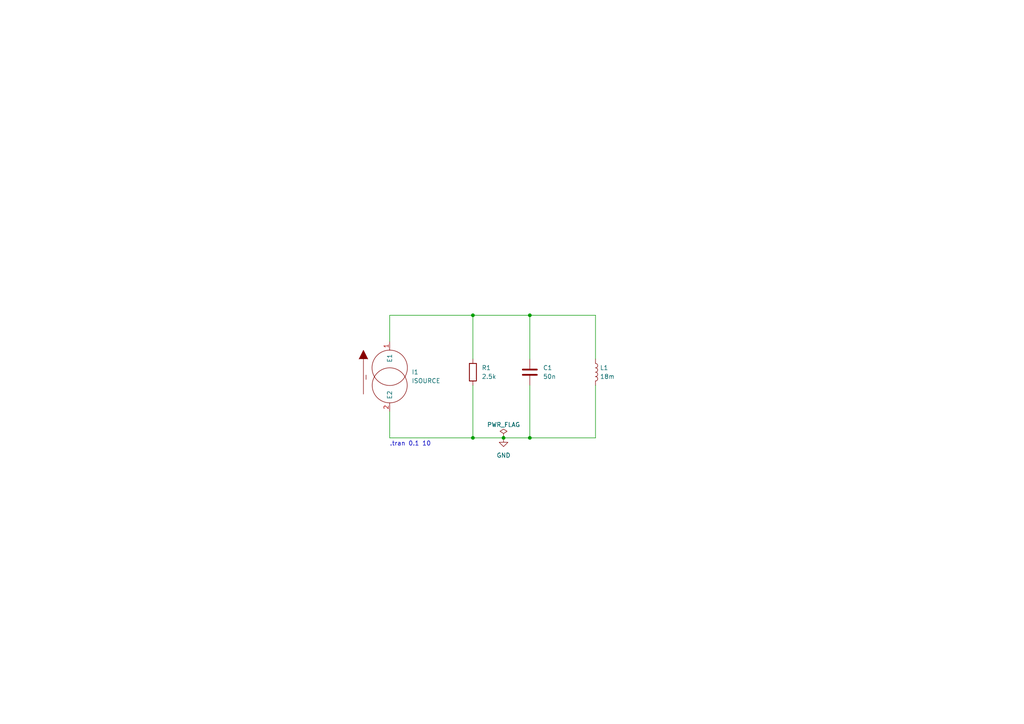
<source format=kicad_sch>
(kicad_sch (version 20211123) (generator eeschema)
  (paper "A4")
  (lib_symbols
    (symbol "Device:C" (pin_numbers hide) (pin_names (offset 0.254))
      (property "Reference" "C" (at 0.635 2.54 0))
      (property "Value" "C" (at 0.635 -2.54 0))
      (symbol "C_0_1"
        (polyline (pts (xy -2.032 -0.762) (xy 2.032 -0.762)) (stroke (width 0.508)))
        (polyline (pts (xy -2.032 0.762) (xy 2.032 0.762)) (stroke (width 0.508)))
      )
      (symbol "C_1_1"
        (pin passive line (at 0 3.81 270) (length 2.794) (name "~") (number "1"))
        (pin passive line (at 0 -3.81 90) (length 2.794) (name "~") (number "2"))
      )
    )
    (symbol "Device:L" (pin_numbers hide) (pin_names (offset 1.016) hide)
      (property "Reference" "L" (at -1.27 0 90))
      (property "Value" "L" (at 1.905 0 90))
      (symbol "L_0_1"
        (arc (start 0 -2.54) (mid 0.635 -1.905) (end 0 -1.27))
        (arc (start 0 -1.27) (mid 0.635 -0.635) (end 0 0))
        (arc (start 0 0) (mid 0.635 0.635) (end 0 1.27))
        (arc (start 0 1.27) (mid 0.635 1.905) (end 0 2.54))
      )
      (symbol "L_1_1"
        (pin passive line (at 0 3.81 270) (length 1.27) (name "1") (number "1"))
        (pin passive line (at 0 -3.81 90) (length 1.27) (name "2") (number "2"))
      )
    )
    (symbol "Device:R" (pin_numbers hide) (pin_names (offset 0))
      (property "Reference" "R" (at 2.032 0 90))
      (property "Value" "R" (at 0 0 90))
      (symbol "R_0_1"
        (rectangle (start -1.016 -2.54) (end 1.016 2.54) (stroke (width 0.254)))
      )
      (symbol "R_1_1"
        (pin passive line (at 0 3.81 270) (length 1.27) (name "~") (number "1"))
        (pin passive line (at 0 -3.81 90) (length 1.27) (name "~") (number "2"))
      )
    )
    (symbol "power:GND" (power) (pin_names (offset 0))
      (property "Value" "GND" (at 0 -3.81 0))
      (symbol "GND_0_1"
        (polyline (pts (xy 0 0) (xy 0 -1.27) (xy 1.27 -1.27) (xy 0 -2.54) (xy -1.27 -1.27) (xy 0 -1.27)))
      )
      (symbol "GND_1_1"
        (pin power_in line (at 0 0 270) (length 0) hide (name "GND") (number "1"))
      )
    )
    (symbol "power:PWR_FLAG" (power) (pin_numbers hide) (pin_names (offset 0) hide)
      (property "Value" "PWR_FLAG" (at 0 3.81 0))
      (symbol "PWR_FLAG_0_0"
        (pin power_out line (at 0 0 90) (length 0) (name "pwr") (number "1"))
      )
      (symbol "PWR_FLAG_0_1"
        (polyline (pts (xy 0 0) (xy 0 1.27) (xy -1.016 1.905) (xy 0 2.54) (xy 1.016 1.905) (xy 0 1.27)))
      )
    )
    (symbol "pspice:ISOURCE" (pin_names (offset 1.016))
      (property "Reference" "I" (at -7.62 8.89 0))
      (property "Value" "ISOURCE" (at 0 0 0))
      (symbol "ISOURCE_0_1"
        (circle (center 0 -2.54) (radius 5.08))
        (polyline (pts (xy -7.62 -5.08) (xy -7.62 5.08)) (fill (type outline)))
        (polyline (pts (xy -8.89 5.08) (xy -7.62 7.62) (xy -6.35 5.08)) (fill (type outline)))
        (circle (center 0 2.54) (radius 5.1308))
        (text "I" (at -6.858 -0.254 0) (effects (font (size 1.27 1.27))))
      )
      (symbol "ISOURCE_1_1"
        (pin input line (at 0 10.16 270) (length 2.54) (name "E1") (number "1"))
        (pin input line (at 0 -10.16 90) (length 2.54) (name "E2") (number "2"))
      )
    )
  )
  (junction (at 153.67 91.44))
  (junction (at 153.67 127))
  (junction (at 137.16 127))
  (junction (at 146.05 127))
  (junction (at 137.16 91.44))
  (wire (pts (xy 153.67 111.76) (xy 153.67 127)))
  (wire (pts (xy 172.72 127) (xy 153.67 127)))
  (wire (pts (xy 113.03 99.06) (xy 113.03 91.44)))
  (wire (pts (xy 137.16 127) (xy 113.03 127)))
  (wire (pts (xy 113.03 119.38) (xy 113.03 127)))
  (wire (pts (xy 137.16 111.76) (xy 137.16 127)))
  (wire (pts (xy 113.03 91.44) (xy 137.16 91.44)))
  (wire (pts (xy 146.05 127) (xy 137.16 127)))
  (wire (pts (xy 137.16 91.44) (xy 137.16 104.14)))
  (wire (pts (xy 137.16 91.44) (xy 153.67 91.44)))
  (wire (pts (xy 172.72 91.44) (xy 172.72 104.14)))
  (wire (pts (xy 153.67 91.44) (xy 172.72 91.44)))
  (wire (pts (xy 153.67 127) (xy 146.05 127)))
  (wire (pts (xy 172.72 111.76) (xy 172.72 127)))
  (wire (pts (xy 153.67 104.14) (xy 153.67 91.44)))
  (text ".tran 0.1 10" (at 113.03 129.54 0) (effects (font (size 1.27 1.27)) (justify left bottom)))
  (symbol (lib_id "Device:R") (at 137.16 107.95 0) (unit 1)
    (property "Reference" "R1" (at 139.7 106.6799 0) (effects (justify left)))
    (property "Value" "2.5k" (at 139.7 109.2199 0) (effects (justify left)))
  )
  (symbol (lib_id "power:GND") (at 146.05 127 0) (unit 1)
    (property "Reference" "#PWR01" (effects hide))
    (property "Value" "GND" (at 146.05 132.08 0))
  )
  (symbol (lib_id "Device:C") (at 153.67 107.95 0) (unit 1)
    (property "Reference" "C1" (at 157.48 106.6799 0) (effects (justify left)))
    (property "Value" "50n" (at 157.48 109.2199 0) (effects (justify left)))
  )
  (symbol (lib_id "pspice:ISOURCE") (at 113.03 109.22 0) (unit 1)
    (property "Reference" "I1" (at 119.38 107.9245 0) (effects (justify left)))
    (property "Value" "ISOURCE" (at 119.38 110.4645 0) (effects (justify left)))
    (property "Spice_Primitive" "I" (effects hide))
    (property "Spice_Model" "sin(0 10 20)" (effects hide))
    (property "Spice_Netlist_Enabled" "Y" (effects hide))
  )
  (symbol (lib_id "power:PWR_FLAG") (at 146.05 127 0) (unit 1)
    (property "Reference" "#FLG01" (effects hide))
    (property "Value" "PWR_FLAG" (at 146.05 123.19 0))
  )
  (symbol (lib_id "Device:L") (at 172.72 107.95 0) (unit 1)
    (property "Reference" "L1" (at 173.99 106.6799 0) (effects (justify left)))
    (property "Value" "18m" (at 173.99 109.2199 0) (effects (justify left)))
  )
)
</source>
